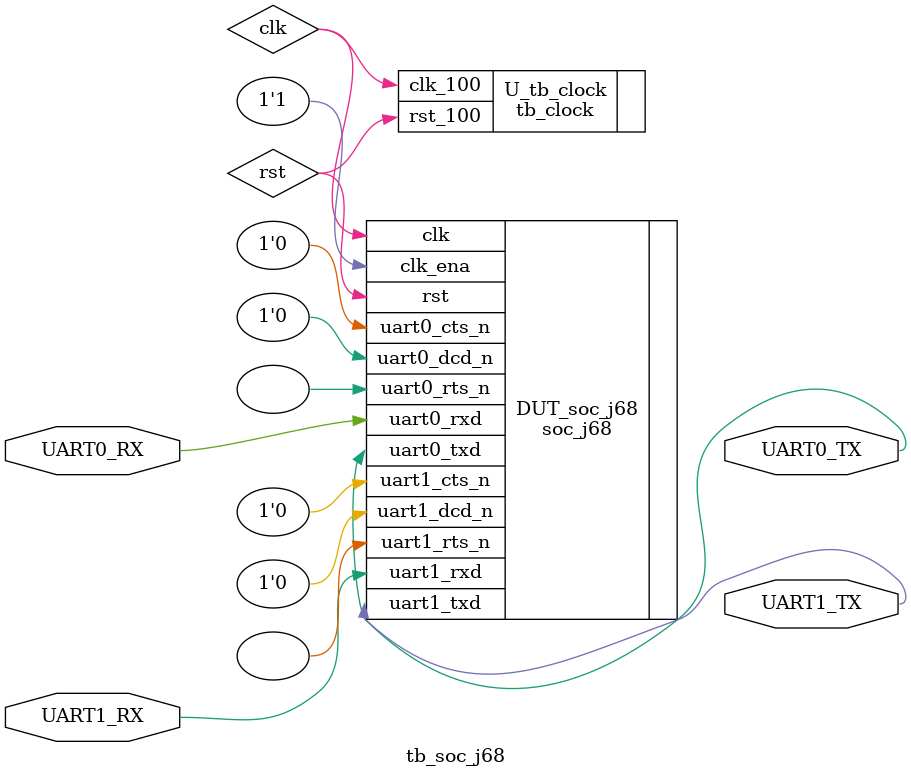
<source format=v>

module tb_soc_j68
(
    input  UART0_RX, // RX load port
    output UART0_TX, // TX load port
    input  UART1_RX, // RX terminal
    output UART1_TX  // TX terminal
);
    // ========================================================================
    // Reset and clock generation
    // ========================================================================
    
    wire  rst;
    wire  clk;

    tb_clock U_tb_clock
    (
        .rst_100     (rst),
        .clk_100     (clk)
    );
    
    // ========================================================================
    // 68000-based system-on-a-chip
    // ========================================================================
    
    soc_j68 DUT_soc_j68
    (
        .rst         (rst),
        .clk         (clk),
        .clk_ena     (1'b1),
        // UART #0
        .uart0_rxd   (UART0_RX),
        .uart0_cts_n (1'b0),
        .uart0_dcd_n (1'b0),
        .uart0_txd   (UART0_TX),
        .uart0_rts_n (/* open */),
        // UART #1
        .uart1_rxd   (UART1_RX),
        .uart1_cts_n (1'b0),
        .uart1_dcd_n (1'b0),
        .uart1_txd   (UART1_TX),
        .uart1_rts_n (/* open */)
    );

endmodule

</source>
